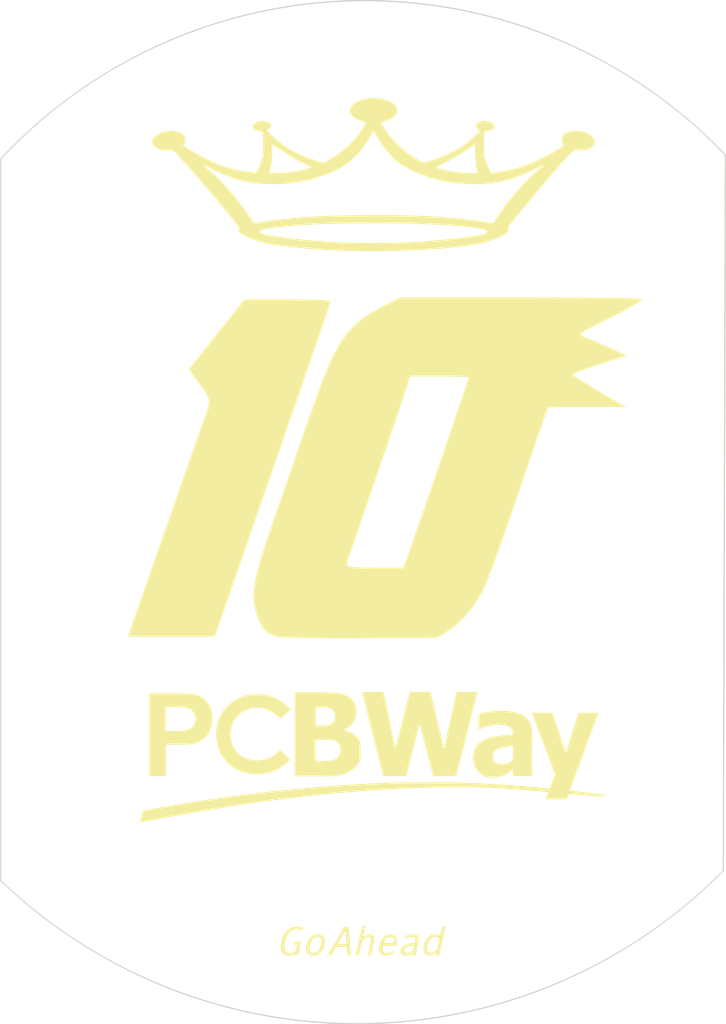
<source format=kicad_pcb>
(kicad_pcb (version 20221018) (generator pcbnew)
  (layers (0 "F.Cu" signal) (31 "B.Cu" signal) (34 "B.Paste" user) (35 "F.Paste" user) (36 "B.SilkS" user "B.Silkscreen") (37 "F.SilkS" user "F.Silkscreen") (38 "B.Mask" user) (39 "F.Mask" user) (44 "Edge.Cuts" user))
  (net 0 "")
  (footprint "MountingHole:MountingHole_2.5mm" (layer "F.Cu") (at 153.586227 125.812823)
    (fp_text reference "H1" hide)
    (fp_text value "MountingHole")
    (pad "" np_thru_hole circle (at 0 0) (size 2.5 2.5) (drill 2.5) (layers "F&B.Cu" "*.Mask"))
  )
  (footprint "demo.preety:kl" (layer "F.Cu") (at 131.889039 95.473539)
    (fp_text reference "G***" hide)
    (fp_text value "LOGO" hide)
  )
  (footprint "MountingHole:MountingHole_2.5mm" (layer "F.Cu") (at 107.866227 73.107823)
    (fp_text reference "H3" hide)
    (fp_text value "MountingHole")
    (pad "" np_thru_hole circle (at 0 0) (size 2.5 2.5) (drill 2.5) (layers "F&B.Cu" "*.Mask"))
  )
  (footprint "MountingHole:MountingHole_2.5mm" (layer "F.Cu") (at 153.586227 73.742823)
    (fp_text reference "H4" hide)
    (fp_text value "MountingHole")
    (pad "" np_thru_hole circle (at 0 0) (size 2.5 2.5) (drill 2.5) (layers "F&B.Cu" "*.Mask"))
  )
  (footprint "demo.preety:g" (layer "F.Cu") (at 130.619039 132.938539)
    (fp_text reference "G***" hide)
    (fp_text value "LOGO" hide)
  )
  (footprint "demo.preety:ar" (layer "F.Cu") (at 131.254039 71.978539)
    (fp_text reference "G***" hide)
    (fp_text value "LOGO" hide)
  )
  (footprint "demo.preety:hi" (layer "F.Cu") (at 132.524039 117.698539)
    (fp_text reference "G***" hide)
    (fp_text value "LOGO" hide)
  )
  (footprint "MountingHole:MountingHole_2.5mm" (layer "F.Cu") (at 107.866227 125.812823)
    (fp_text reference "H2" hide)
    (fp_text value "MountingHole")
    (pad "" np_thru_hole circle (at 0 0) (size 2.5 2.5) (drill 2.5) (layers "F&B.Cu" "*.Mask"))
  )
  (gr_line (start 101.350109 70.721011) (end 101.350109 128.506011) (stroke (width 0.1)) (layer "Edge.Cuts"))
  (gr_arc (start 159.301227 127.717823) (mid 130.487032 139.97613) (end 101.350109 128.506011) (stroke (width 0.1)) (layer "Edge.Cuts"))
  (gr_line (start 159.468773 70.402176) (end 159.301227 127.717823) (stroke (width 0.1)) (layer "Edge.Cuts"))
  (gr_arc (start 101.350109 70.721011) (mid 130.340758 58.041779) (end 159.468773 70.402176) (stroke (width 0.1)) (layer "Edge.Cuts"))
)
</source>
